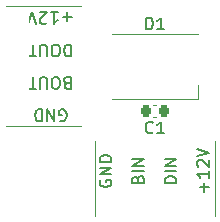
<source format=gto>
%TF.GenerationSoftware,KiCad,Pcbnew,8.0.4*%
%TF.CreationDate,2024-08-07T00:56:24-04:00*%
%TF.ProjectId,ws2815-corner-left,77733238-3135-42d6-936f-726e65722d6c,rev?*%
%TF.SameCoordinates,Original*%
%TF.FileFunction,Legend,Top*%
%TF.FilePolarity,Positive*%
%FSLAX46Y46*%
G04 Gerber Fmt 4.6, Leading zero omitted, Abs format (unit mm)*
G04 Created by KiCad (PCBNEW 8.0.4) date 2024-08-07 00:56:24*
%MOMM*%
%LPD*%
G01*
G04 APERTURE LIST*
G04 Aperture macros list*
%AMRoundRect*
0 Rectangle with rounded corners*
0 $1 Rounding radius*
0 $2 $3 $4 $5 $6 $7 $8 $9 X,Y pos of 4 corners*
0 Add a 4 corners polygon primitive as box body*
4,1,4,$2,$3,$4,$5,$6,$7,$8,$9,$2,$3,0*
0 Add four circle primitives for the rounded corners*
1,1,$1+$1,$2,$3*
1,1,$1+$1,$4,$5*
1,1,$1+$1,$6,$7*
1,1,$1+$1,$8,$9*
0 Add four rect primitives between the rounded corners*
20,1,$1+$1,$2,$3,$4,$5,0*
20,1,$1+$1,$4,$5,$6,$7,0*
20,1,$1+$1,$6,$7,$8,$9,0*
20,1,$1+$1,$8,$9,$2,$3,0*%
G04 Aperture macros list end*
%ADD10C,0.150000*%
%ADD11C,0.100000*%
%ADD12C,0.120000*%
%ADD13R,4.000000X1.650000*%
%ADD14R,1.650000X4.000000*%
%ADD15R,1.500000X1.000000*%
%ADD16RoundRect,0.225000X0.225000X0.250000X-0.225000X0.250000X-0.225000X-0.250000X0.225000X-0.250000X0*%
G04 APERTURE END LIST*
D10*
X145286475Y-74370180D02*
X145286475Y-75370180D01*
X145286475Y-75370180D02*
X145048380Y-75370180D01*
X145048380Y-75370180D02*
X144905523Y-75322561D01*
X144905523Y-75322561D02*
X144810285Y-75227323D01*
X144810285Y-75227323D02*
X144762666Y-75132085D01*
X144762666Y-75132085D02*
X144715047Y-74941609D01*
X144715047Y-74941609D02*
X144715047Y-74798752D01*
X144715047Y-74798752D02*
X144762666Y-74608276D01*
X144762666Y-74608276D02*
X144810285Y-74513038D01*
X144810285Y-74513038D02*
X144905523Y-74417800D01*
X144905523Y-74417800D02*
X145048380Y-74370180D01*
X145048380Y-74370180D02*
X145286475Y-74370180D01*
X144095999Y-75370180D02*
X143905523Y-75370180D01*
X143905523Y-75370180D02*
X143810285Y-75322561D01*
X143810285Y-75322561D02*
X143715047Y-75227323D01*
X143715047Y-75227323D02*
X143667428Y-75036847D01*
X143667428Y-75036847D02*
X143667428Y-74703514D01*
X143667428Y-74703514D02*
X143715047Y-74513038D01*
X143715047Y-74513038D02*
X143810285Y-74417800D01*
X143810285Y-74417800D02*
X143905523Y-74370180D01*
X143905523Y-74370180D02*
X144095999Y-74370180D01*
X144095999Y-74370180D02*
X144191237Y-74417800D01*
X144191237Y-74417800D02*
X144286475Y-74513038D01*
X144286475Y-74513038D02*
X144334094Y-74703514D01*
X144334094Y-74703514D02*
X144334094Y-75036847D01*
X144334094Y-75036847D02*
X144286475Y-75227323D01*
X144286475Y-75227323D02*
X144191237Y-75322561D01*
X144191237Y-75322561D02*
X144095999Y-75370180D01*
X143238856Y-75370180D02*
X143238856Y-74560657D01*
X143238856Y-74560657D02*
X143191237Y-74465419D01*
X143191237Y-74465419D02*
X143143618Y-74417800D01*
X143143618Y-74417800D02*
X143048380Y-74370180D01*
X143048380Y-74370180D02*
X142857904Y-74370180D01*
X142857904Y-74370180D02*
X142762666Y-74417800D01*
X142762666Y-74417800D02*
X142715047Y-74465419D01*
X142715047Y-74465419D02*
X142667428Y-74560657D01*
X142667428Y-74560657D02*
X142667428Y-75370180D01*
X142334094Y-75370180D02*
X141762666Y-75370180D01*
X142048380Y-74370180D02*
X142048380Y-75370180D01*
X144357904Y-80822561D02*
X144453142Y-80870180D01*
X144453142Y-80870180D02*
X144595999Y-80870180D01*
X144595999Y-80870180D02*
X144738856Y-80822561D01*
X144738856Y-80822561D02*
X144834094Y-80727323D01*
X144834094Y-80727323D02*
X144881713Y-80632085D01*
X144881713Y-80632085D02*
X144929332Y-80441609D01*
X144929332Y-80441609D02*
X144929332Y-80298752D01*
X144929332Y-80298752D02*
X144881713Y-80108276D01*
X144881713Y-80108276D02*
X144834094Y-80013038D01*
X144834094Y-80013038D02*
X144738856Y-79917800D01*
X144738856Y-79917800D02*
X144595999Y-79870180D01*
X144595999Y-79870180D02*
X144500761Y-79870180D01*
X144500761Y-79870180D02*
X144357904Y-79917800D01*
X144357904Y-79917800D02*
X144310285Y-79965419D01*
X144310285Y-79965419D02*
X144310285Y-80298752D01*
X144310285Y-80298752D02*
X144500761Y-80298752D01*
X143881713Y-79870180D02*
X143881713Y-80870180D01*
X143881713Y-80870180D02*
X143310285Y-79870180D01*
X143310285Y-79870180D02*
X143310285Y-80870180D01*
X142834094Y-79870180D02*
X142834094Y-80870180D01*
X142834094Y-80870180D02*
X142595999Y-80870180D01*
X142595999Y-80870180D02*
X142453142Y-80822561D01*
X142453142Y-80822561D02*
X142357904Y-80727323D01*
X142357904Y-80727323D02*
X142310285Y-80632085D01*
X142310285Y-80632085D02*
X142262666Y-80441609D01*
X142262666Y-80441609D02*
X142262666Y-80298752D01*
X142262666Y-80298752D02*
X142310285Y-80108276D01*
X142310285Y-80108276D02*
X142357904Y-80013038D01*
X142357904Y-80013038D02*
X142453142Y-79917800D01*
X142453142Y-79917800D02*
X142595999Y-79870180D01*
X142595999Y-79870180D02*
X142834094Y-79870180D01*
X144953142Y-77643990D02*
X144810285Y-77596371D01*
X144810285Y-77596371D02*
X144762666Y-77548752D01*
X144762666Y-77548752D02*
X144715047Y-77453514D01*
X144715047Y-77453514D02*
X144715047Y-77310657D01*
X144715047Y-77310657D02*
X144762666Y-77215419D01*
X144762666Y-77215419D02*
X144810285Y-77167800D01*
X144810285Y-77167800D02*
X144905523Y-77120180D01*
X144905523Y-77120180D02*
X145286475Y-77120180D01*
X145286475Y-77120180D02*
X145286475Y-78120180D01*
X145286475Y-78120180D02*
X144953142Y-78120180D01*
X144953142Y-78120180D02*
X144857904Y-78072561D01*
X144857904Y-78072561D02*
X144810285Y-78024942D01*
X144810285Y-78024942D02*
X144762666Y-77929704D01*
X144762666Y-77929704D02*
X144762666Y-77834466D01*
X144762666Y-77834466D02*
X144810285Y-77739228D01*
X144810285Y-77739228D02*
X144857904Y-77691609D01*
X144857904Y-77691609D02*
X144953142Y-77643990D01*
X144953142Y-77643990D02*
X145286475Y-77643990D01*
X144095999Y-78120180D02*
X143905523Y-78120180D01*
X143905523Y-78120180D02*
X143810285Y-78072561D01*
X143810285Y-78072561D02*
X143715047Y-77977323D01*
X143715047Y-77977323D02*
X143667428Y-77786847D01*
X143667428Y-77786847D02*
X143667428Y-77453514D01*
X143667428Y-77453514D02*
X143715047Y-77263038D01*
X143715047Y-77263038D02*
X143810285Y-77167800D01*
X143810285Y-77167800D02*
X143905523Y-77120180D01*
X143905523Y-77120180D02*
X144095999Y-77120180D01*
X144095999Y-77120180D02*
X144191237Y-77167800D01*
X144191237Y-77167800D02*
X144286475Y-77263038D01*
X144286475Y-77263038D02*
X144334094Y-77453514D01*
X144334094Y-77453514D02*
X144334094Y-77786847D01*
X144334094Y-77786847D02*
X144286475Y-77977323D01*
X144286475Y-77977323D02*
X144191237Y-78072561D01*
X144191237Y-78072561D02*
X144095999Y-78120180D01*
X143238856Y-78120180D02*
X143238856Y-77310657D01*
X143238856Y-77310657D02*
X143191237Y-77215419D01*
X143191237Y-77215419D02*
X143143618Y-77167800D01*
X143143618Y-77167800D02*
X143048380Y-77120180D01*
X143048380Y-77120180D02*
X142857904Y-77120180D01*
X142857904Y-77120180D02*
X142762666Y-77167800D01*
X142762666Y-77167800D02*
X142715047Y-77215419D01*
X142715047Y-77215419D02*
X142667428Y-77310657D01*
X142667428Y-77310657D02*
X142667428Y-78120180D01*
X142334094Y-78120180D02*
X141762666Y-78120180D01*
X142048380Y-77120180D02*
X142048380Y-78120180D01*
X145357904Y-72001133D02*
X144596000Y-72001133D01*
X144976952Y-71620180D02*
X144976952Y-72382085D01*
X143596000Y-71620180D02*
X144167428Y-71620180D01*
X143881714Y-71620180D02*
X143881714Y-72620180D01*
X143881714Y-72620180D02*
X143976952Y-72477323D01*
X143976952Y-72477323D02*
X144072190Y-72382085D01*
X144072190Y-72382085D02*
X144167428Y-72334466D01*
X143215047Y-72524942D02*
X143167428Y-72572561D01*
X143167428Y-72572561D02*
X143072190Y-72620180D01*
X143072190Y-72620180D02*
X142834095Y-72620180D01*
X142834095Y-72620180D02*
X142738857Y-72572561D01*
X142738857Y-72572561D02*
X142691238Y-72524942D01*
X142691238Y-72524942D02*
X142643619Y-72429704D01*
X142643619Y-72429704D02*
X142643619Y-72334466D01*
X142643619Y-72334466D02*
X142691238Y-72191609D01*
X142691238Y-72191609D02*
X143262666Y-71620180D01*
X143262666Y-71620180D02*
X142643619Y-71620180D01*
X142357904Y-72620180D02*
X142024571Y-71620180D01*
X142024571Y-71620180D02*
X141691238Y-72620180D01*
X154229819Y-86113808D02*
X153229819Y-86113808D01*
X153229819Y-86113808D02*
X153229819Y-85875713D01*
X153229819Y-85875713D02*
X153277438Y-85732856D01*
X153277438Y-85732856D02*
X153372676Y-85637618D01*
X153372676Y-85637618D02*
X153467914Y-85589999D01*
X153467914Y-85589999D02*
X153658390Y-85542380D01*
X153658390Y-85542380D02*
X153801247Y-85542380D01*
X153801247Y-85542380D02*
X153991723Y-85589999D01*
X153991723Y-85589999D02*
X154086961Y-85637618D01*
X154086961Y-85637618D02*
X154182200Y-85732856D01*
X154182200Y-85732856D02*
X154229819Y-85875713D01*
X154229819Y-85875713D02*
X154229819Y-86113808D01*
X154229819Y-85113808D02*
X153229819Y-85113808D01*
X154229819Y-84637618D02*
X153229819Y-84637618D01*
X153229819Y-84637618D02*
X154229819Y-84066190D01*
X154229819Y-84066190D02*
X153229819Y-84066190D01*
X147777438Y-85851904D02*
X147729819Y-85947142D01*
X147729819Y-85947142D02*
X147729819Y-86089999D01*
X147729819Y-86089999D02*
X147777438Y-86232856D01*
X147777438Y-86232856D02*
X147872676Y-86328094D01*
X147872676Y-86328094D02*
X147967914Y-86375713D01*
X147967914Y-86375713D02*
X148158390Y-86423332D01*
X148158390Y-86423332D02*
X148301247Y-86423332D01*
X148301247Y-86423332D02*
X148491723Y-86375713D01*
X148491723Y-86375713D02*
X148586961Y-86328094D01*
X148586961Y-86328094D02*
X148682200Y-86232856D01*
X148682200Y-86232856D02*
X148729819Y-86089999D01*
X148729819Y-86089999D02*
X148729819Y-85994761D01*
X148729819Y-85994761D02*
X148682200Y-85851904D01*
X148682200Y-85851904D02*
X148634580Y-85804285D01*
X148634580Y-85804285D02*
X148301247Y-85804285D01*
X148301247Y-85804285D02*
X148301247Y-85994761D01*
X148729819Y-85375713D02*
X147729819Y-85375713D01*
X147729819Y-85375713D02*
X148729819Y-84804285D01*
X148729819Y-84804285D02*
X147729819Y-84804285D01*
X148729819Y-84328094D02*
X147729819Y-84328094D01*
X147729819Y-84328094D02*
X147729819Y-84089999D01*
X147729819Y-84089999D02*
X147777438Y-83947142D01*
X147777438Y-83947142D02*
X147872676Y-83851904D01*
X147872676Y-83851904D02*
X147967914Y-83804285D01*
X147967914Y-83804285D02*
X148158390Y-83756666D01*
X148158390Y-83756666D02*
X148301247Y-83756666D01*
X148301247Y-83756666D02*
X148491723Y-83804285D01*
X148491723Y-83804285D02*
X148586961Y-83851904D01*
X148586961Y-83851904D02*
X148682200Y-83947142D01*
X148682200Y-83947142D02*
X148729819Y-84089999D01*
X148729819Y-84089999D02*
X148729819Y-84328094D01*
X150956009Y-85780475D02*
X151003628Y-85637618D01*
X151003628Y-85637618D02*
X151051247Y-85589999D01*
X151051247Y-85589999D02*
X151146485Y-85542380D01*
X151146485Y-85542380D02*
X151289342Y-85542380D01*
X151289342Y-85542380D02*
X151384580Y-85589999D01*
X151384580Y-85589999D02*
X151432200Y-85637618D01*
X151432200Y-85637618D02*
X151479819Y-85732856D01*
X151479819Y-85732856D02*
X151479819Y-86113808D01*
X151479819Y-86113808D02*
X150479819Y-86113808D01*
X150479819Y-86113808D02*
X150479819Y-85780475D01*
X150479819Y-85780475D02*
X150527438Y-85685237D01*
X150527438Y-85685237D02*
X150575057Y-85637618D01*
X150575057Y-85637618D02*
X150670295Y-85589999D01*
X150670295Y-85589999D02*
X150765533Y-85589999D01*
X150765533Y-85589999D02*
X150860771Y-85637618D01*
X150860771Y-85637618D02*
X150908390Y-85685237D01*
X150908390Y-85685237D02*
X150956009Y-85780475D01*
X150956009Y-85780475D02*
X150956009Y-86113808D01*
X151479819Y-85113808D02*
X150479819Y-85113808D01*
X151479819Y-84637618D02*
X150479819Y-84637618D01*
X150479819Y-84637618D02*
X151479819Y-84066190D01*
X151479819Y-84066190D02*
X150479819Y-84066190D01*
X156598866Y-86851904D02*
X156598866Y-86090000D01*
X156979819Y-86470952D02*
X156217914Y-86470952D01*
X156979819Y-85090000D02*
X156979819Y-85661428D01*
X156979819Y-85375714D02*
X155979819Y-85375714D01*
X155979819Y-85375714D02*
X156122676Y-85470952D01*
X156122676Y-85470952D02*
X156217914Y-85566190D01*
X156217914Y-85566190D02*
X156265533Y-85661428D01*
X156075057Y-84709047D02*
X156027438Y-84661428D01*
X156027438Y-84661428D02*
X155979819Y-84566190D01*
X155979819Y-84566190D02*
X155979819Y-84328095D01*
X155979819Y-84328095D02*
X156027438Y-84232857D01*
X156027438Y-84232857D02*
X156075057Y-84185238D01*
X156075057Y-84185238D02*
X156170295Y-84137619D01*
X156170295Y-84137619D02*
X156265533Y-84137619D01*
X156265533Y-84137619D02*
X156408390Y-84185238D01*
X156408390Y-84185238D02*
X156979819Y-84756666D01*
X156979819Y-84756666D02*
X156979819Y-84137619D01*
X155979819Y-83851904D02*
X156979819Y-83518571D01*
X156979819Y-83518571D02*
X155979819Y-83185238D01*
X151661905Y-73098819D02*
X151661905Y-72098819D01*
X151661905Y-72098819D02*
X151900000Y-72098819D01*
X151900000Y-72098819D02*
X152042857Y-72146438D01*
X152042857Y-72146438D02*
X152138095Y-72241676D01*
X152138095Y-72241676D02*
X152185714Y-72336914D01*
X152185714Y-72336914D02*
X152233333Y-72527390D01*
X152233333Y-72527390D02*
X152233333Y-72670247D01*
X152233333Y-72670247D02*
X152185714Y-72860723D01*
X152185714Y-72860723D02*
X152138095Y-72955961D01*
X152138095Y-72955961D02*
X152042857Y-73051200D01*
X152042857Y-73051200D02*
X151900000Y-73098819D01*
X151900000Y-73098819D02*
X151661905Y-73098819D01*
X153185714Y-73098819D02*
X152614286Y-73098819D01*
X152900000Y-73098819D02*
X152900000Y-72098819D01*
X152900000Y-72098819D02*
X152804762Y-72241676D01*
X152804762Y-72241676D02*
X152709524Y-72336914D01*
X152709524Y-72336914D02*
X152614286Y-72384533D01*
X152233333Y-81799580D02*
X152185714Y-81847200D01*
X152185714Y-81847200D02*
X152042857Y-81894819D01*
X152042857Y-81894819D02*
X151947619Y-81894819D01*
X151947619Y-81894819D02*
X151804762Y-81847200D01*
X151804762Y-81847200D02*
X151709524Y-81751961D01*
X151709524Y-81751961D02*
X151661905Y-81656723D01*
X151661905Y-81656723D02*
X151614286Y-81466247D01*
X151614286Y-81466247D02*
X151614286Y-81323390D01*
X151614286Y-81323390D02*
X151661905Y-81132914D01*
X151661905Y-81132914D02*
X151709524Y-81037676D01*
X151709524Y-81037676D02*
X151804762Y-80942438D01*
X151804762Y-80942438D02*
X151947619Y-80894819D01*
X151947619Y-80894819D02*
X152042857Y-80894819D01*
X152042857Y-80894819D02*
X152185714Y-80942438D01*
X152185714Y-80942438D02*
X152233333Y-80990057D01*
X153185714Y-81894819D02*
X152614286Y-81894819D01*
X152900000Y-81894819D02*
X152900000Y-80894819D01*
X152900000Y-80894819D02*
X152804762Y-81037676D01*
X152804762Y-81037676D02*
X152709524Y-81132914D01*
X152709524Y-81132914D02*
X152614286Y-81180533D01*
D11*
%TO.C,J2*%
X139786000Y-81280000D02*
X146136000Y-81280000D01*
X139786000Y-71120000D02*
X146136000Y-71120000D01*
%TO.C,J1*%
X147320000Y-88900000D02*
X147320000Y-82550000D01*
X157480000Y-88900000D02*
X157480000Y-82550000D01*
D12*
%TO.C,D1*%
X156050000Y-78950000D02*
X148750000Y-78950000D01*
X156050000Y-77800000D02*
X156050000Y-78950000D01*
X156050000Y-73450000D02*
X148750000Y-73450000D01*
%TO.C,C1*%
X152540580Y-79500000D02*
X152259420Y-79500000D01*
X152540580Y-80520000D02*
X152259420Y-80520000D01*
%TD*%
%LPC*%
D13*
%TO.C,J2*%
X139786000Y-80325000D03*
X139786000Y-77575000D03*
X139786000Y-74825000D03*
X139786000Y-72075000D03*
%TD*%
D14*
%TO.C,J1*%
X148275000Y-88900000D03*
X151025000Y-88900000D03*
X153775000Y-88900000D03*
X156525000Y-88900000D03*
%TD*%
D15*
%TO.C,D1*%
X154850000Y-77800000D03*
X154850000Y-76200000D03*
X154850000Y-74600000D03*
X149950000Y-74600000D03*
X149950000Y-76200000D03*
X149950000Y-77800000D03*
%TD*%
D16*
%TO.C,C1*%
X153175000Y-80010000D03*
X151625000Y-80010000D03*
%TD*%
%LPD*%
M02*

</source>
